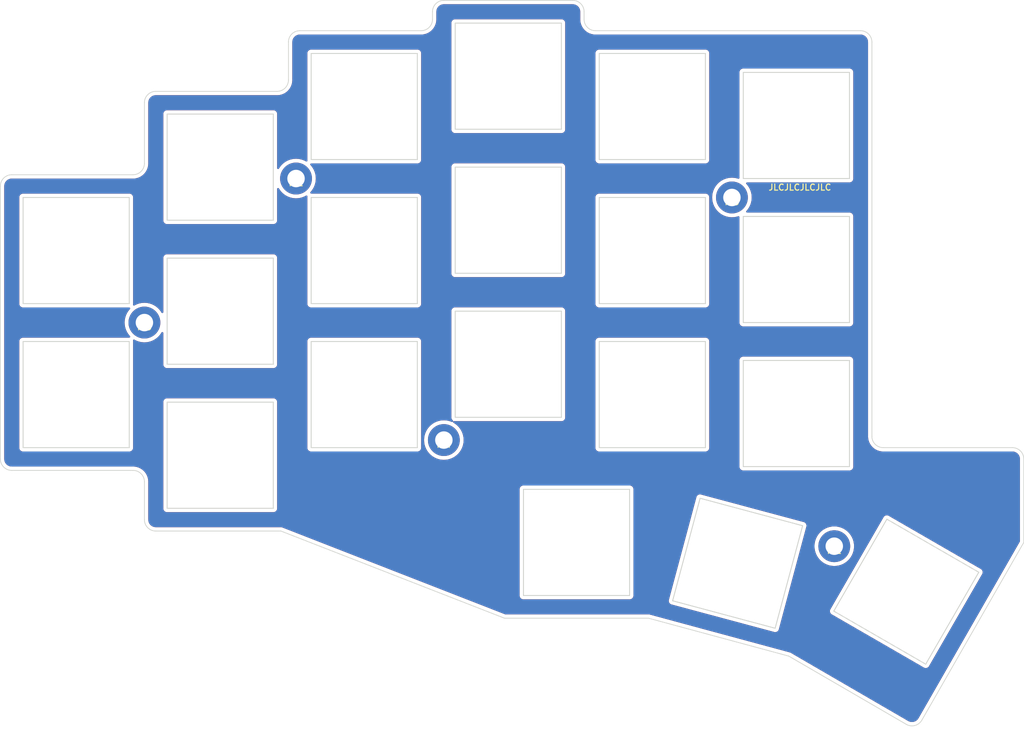
<source format=kicad_pcb>
(kicad_pcb (version 20211014) (generator pcbnew)
  (layers (0 "F.Cu" signal) (31 "B.Cu" signal) (34 "B.Paste" user) (35 "F.Paste" user) (36 "B.SilkS" user "B.Silkscreen") (37 "F.SilkS" user "F.Silkscreen") (38 "B.Mask" user) (39 "F.Mask" user) (44 "Edge.Cuts" user))
  (net 0 "")
  (footprint "kbd:SW_Hole" (layer "F.Cu") (at 78.75 86)
    (fp_text reference "SW16" hide)
    (fp_text value "SW_PUSH" hide)
    (fp_line (start 7 -7) (end -7 -7) (layer "Edge.Cuts") (width 0.12))
    (fp_line (start 7 7) (end 7 -7) (layer "Edge.Cuts") (width 0.12))
    (fp_line (start -7 7) (end 7 7) (layer "Edge.Cuts") (width 0.12))
    (fp_line (start -7 -7) (end -7 7) (layer "Edge.Cuts") (width 0.12))
  )
  (footprint "kbd:SW_Hole" (layer "F.Cu") (at 173.75 88.5)
    (fp_text reference "SW10" hide)
    (fp_text value "SW_PUSH" hide)
    (fp_line (start 7 7) (end 7 -7) (layer "Edge.Cuts") (width 0.12))
    (fp_line (start -7 -7) (end -7 7) (layer "Edge.Cuts") (width 0.12))
    (fp_line (start -7 7) (end 7 7) (layer "Edge.Cuts") (width 0.12))
    (fp_line (start 7 -7) (end -7 -7) (layer "Edge.Cuts") (width 0.12))
  )
  (footprint "kbd:SW_Hole" (layer "F.Cu") (at 97.75 75)
    (fp_text reference "SW1" hide)
    (fp_text value "SW_PUSH" hide)
    (fp_line (start -7 -7) (end -7 7) (layer "Edge.Cuts") (width 0.12))
    (fp_line (start -7 7) (end 7 7) (layer "Edge.Cuts") (width 0.12))
    (fp_line (start 7 -7) (end -7 -7) (layer "Edge.Cuts") (width 0.12))
    (fp_line (start 7 7) (end 7 -7) (layer "Edge.Cuts") (width 0.12))
  )
  (footprint "kbd:SW_Hole" (layer "F.Cu") (at 97.75 94)
    (fp_text reference "SW6" hide)
    (fp_text value "SW_PUSH" hide)
    (fp_line (start 7 -7) (end -7 -7) (layer "Edge.Cuts") (width 0.12))
    (fp_line (start -7 -7) (end -7 7) (layer "Edge.Cuts") (width 0.12))
    (fp_line (start -7 7) (end 7 7) (layer "Edge.Cuts") (width 0.12))
    (fp_line (start 7 7) (end 7 -7) (layer "Edge.Cuts") (width 0.12))
  )
  (footprint "kbd:SW_Hole" (layer "F.Cu") (at 116.75 86)
    (fp_text reference "SW7" hide)
    (fp_text value "SW_PUSH" hide)
    (fp_line (start 7 -7) (end -7 -7) (layer "Edge.Cuts") (width 0.12))
    (fp_line (start -7 -7) (end -7 7) (layer "Edge.Cuts") (width 0.12))
    (fp_line (start 7 7) (end 7 -7) (layer "Edge.Cuts") (width 0.12))
    (fp_line (start -7 7) (end 7 7) (layer "Edge.Cuts") (width 0.12))
  )
  (footprint "kbd:SW_Hole" (layer "F.Cu") (at 166 127.25 -15)
    (fp_text reference "SW19" hide)
    (fp_text value "SW_PUSH" hide)
    (fp_line (start -7 7) (end 7 7) (layer "Edge.Cuts") (width 0.12))
    (fp_line (start 7 -7) (end -7 -7) (layer "Edge.Cuts") (width 0.12))
    (fp_line (start -7 -7) (end -7 7) (layer "Edge.Cuts") (width 0.12))
    (fp_line (start 7 7) (end 7 -7) (layer "Edge.Cuts") (width 0.12))
  )
  (footprint "kbd:SW_Hole" (layer "F.Cu") (at 116.75 67)
    (fp_text reference "SW2" hide)
    (fp_text value "SW_PUSH" hide)
    (fp_line (start 7 -7) (end -7 -7) (layer "Edge.Cuts") (width 0.12))
    (fp_line (start -7 7) (end 7 7) (layer "Edge.Cuts") (width 0.12))
    (fp_line (start -7 -7) (end -7 7) (layer "Edge.Cuts") (width 0.12))
    (fp_line (start 7 7) (end 7 -7) (layer "Edge.Cuts") (width 0.12))
  )
  (footprint "kbd:SW_Hole" (layer "F.Cu") (at 154.75 67)
    (fp_text reference "SW4" hide)
    (fp_text value "SW_PUSH" hide)
    (fp_line (start 7 7) (end 7 -7) (layer "Edge.Cuts") (width 0.12))
    (fp_line (start -7 -7) (end -7 7) (layer "Edge.Cuts") (width 0.12))
    (fp_line (start 7 -7) (end -7 -7) (layer "Edge.Cuts") (width 0.12))
    (fp_line (start -7 7) (end 7 7) (layer "Edge.Cuts") (width 0.12))
  )
  (footprint "kbd:M2_Hole_TH" (layer "F.Cu") (at 107.75 76.5)
    (fp_text reference "H1" (at 0 0.5) (layer "F.SilkS"))
    (fp_text value "MountingHole")
    (pad "" thru_hole circle locked (at 0 0) (size 4.2 4.2) (drill 2.3) (layers *.Cu *.Mask))
  )
  (footprint "kbd:M2_Hole_TH" (layer "F.Cu") (at 178.75 125)
    (fp_text reference "H2" (at 0 0.5) (layer "F.SilkS"))
    (fp_text value "MountingHole")
    (pad "" thru_hole circle locked (at 0 0) (size 4.2 4.2) (drill 2.3) (layers *.Cu *.Mask))
  )
  (footprint "kbd:SW_Hole" (layer "F.Cu") (at 135.75 63)
    (fp_text reference "SW3" hide)
    (fp_text value "SW_PUSH" hide)
    (fp_line (start -7 -7) (end -7 7) (layer "Edge.Cuts") (width 0.12))
    (fp_line (start 7 -7) (end -7 -7) (layer "Edge.Cuts") (width 0.12))
    (fp_line (start 7 7) (end 7 -7) (layer "Edge.Cuts") (width 0.12))
    (fp_line (start -7 7) (end 7 7) (layer "Edge.Cuts") (width 0.12))
  )
  (footprint "kbd:SW_Hole" (layer "F.Cu") (at 97.75 113)
    (fp_text reference "SW11" hide)
    (fp_text value "SW_PUSH" hide)
    (fp_line (start 7 7) (end 7 -7) (layer "Edge.Cuts") (width 0.12))
    (fp_line (start -7 -7) (end -7 7) (layer "Edge.Cuts") (width 0.12))
    (fp_line (start -7 7) (end 7 7) (layer "Edge.Cuts") (width 0.12))
    (fp_line (start 7 -7) (end -7 -7) (layer "Edge.Cuts") (width 0.12))
  )
  (footprint "kbd:SW_Hole" (layer "F.Cu") (at 173.75 107.5)
    (fp_text reference "SW15" hide)
    (fp_text value "SW_PUSH" hide)
    (fp_line (start -7 -7) (end -7 7) (layer "Edge.Cuts") (width 0.12))
    (fp_line (start -7 7) (end 7 7) (layer "Edge.Cuts") (width 0.12))
    (fp_line (start 7 7) (end 7 -7) (layer "Edge.Cuts") (width 0.12))
    (fp_line (start 7 -7) (end -7 -7) (layer "Edge.Cuts") (width 0.12))
  )
  (footprint "kbd:SW_Hole" (layer "F.Cu") (at 135.75 82)
    (fp_text reference "SW8" hide)
    (fp_text value "SW_PUSH" hide)
    (fp_line (start 7 -7) (end -7 -7) (layer "Edge.Cuts") (width 0.12))
    (fp_line (start -7 7) (end 7 7) (layer "Edge.Cuts") (width 0.12))
    (fp_line (start -7 -7) (end -7 7) (layer "Edge.Cuts") (width 0.12))
    (fp_line (start 7 7) (end 7 -7) (layer "Edge.Cuts") (width 0.12))
  )
  (footprint "kbd:SW_Hole" (layer "F.Cu") (at 154.75 105)
    (fp_text reference "SW14" hide)
    (fp_text value "SW_PUSH" hide)
    (fp_line (start 7 7) (end 7 -7) (layer "Edge.Cuts") (width 0.12))
    (fp_line (start -7 7) (end 7 7) (layer "Edge.Cuts") (width 0.12))
    (fp_line (start 7 -7) (end -7 -7) (layer "Edge.Cuts") (width 0.12))
    (fp_line (start -7 -7) (end -7 7) (layer "Edge.Cuts") (width 0.12))
  )
  (footprint "kbd:SW_Hole" (layer "F.Cu") (at 135.75 101)
    (fp_text reference "SW13" hide)
    (fp_text value "SW_PUSH" hide)
    (fp_line (start -7 -7) (end -7 7) (layer "Edge.Cuts") (width 0.12))
    (fp_line (start 7 7) (end 7 -7) (layer "Edge.Cuts") (width 0.12))
    (fp_line (start -7 7) (end 7 7) (layer "Edge.Cuts") (width 0.12))
    (fp_line (start 7 -7) (end -7 -7) (layer "Edge.Cuts") (width 0.12))
  )
  (footprint "kbd:SW_Hole" (layer "F.Cu") (at 154.75 86)
    (fp_text reference "SW9" hide)
    (fp_text value "SW_PUSH" hide)
    (fp_line (start 7 -7) (end -7 -7) (layer "Edge.Cuts") (width 0.12))
    (fp_line (start -7 7) (end 7 7) (layer "Edge.Cuts") (width 0.12))
    (fp_line (start 7 7) (end 7 -7) (layer "Edge.Cuts") (width 0.12))
    (fp_line (start -7 -7) (end -7 7) (layer "Edge.Cuts") (width 0.12))
  )
  (footprint "kbd:SW_Hole" (layer "F.Cu") (at 173.75 69.5)
    (fp_text reference "SW5" hide)
    (fp_text value "SW_PUSH" hide)
    (fp_line (start 7 7) (end 7 -7) (layer "Edge.Cuts") (width 0.12))
    (fp_line (start 7 -7) (end -7 -7) (layer "Edge.Cuts") (width 0.12))
    (fp_line (start -7 7) (end 7 7) (layer "Edge.Cuts") (width 0.12))
    (fp_line (start -7 -7) (end -7 7) (layer "Edge.Cuts") (width 0.12))
  )
  (footprint "kbd:M2_Hole_TH" (layer "F.Cu") (at 127.25 111)
    (fp_text reference "H4" (at 0 0.5) (layer "F.SilkS"))
    (fp_text value "MountingHole")
    (pad "" thru_hole circle locked (at 0 0) (size 4.2 4.2) (drill 2.3) (layers *.Cu *.Mask))
  )
  (footprint "kbd:SW_Hole" (layer "F.Cu") (at 116.75 105)
    (fp_text reference "SW12" hide)
    (fp_text value "SW_PUSH" hide)
    (fp_line (start 7 -7) (end -7 -7) (layer "Edge.Cuts") (width 0.12))
    (fp_line (start 7 7) (end 7 -7) (layer "Edge.Cuts") (width 0.12))
    (fp_line (start -7 -7) (end -7 7) (layer "Edge.Cuts") (width 0.12))
    (fp_line (start -7 7) (end 7 7) (layer "Edge.Cuts") (width 0.12))
  )
  (footprint "kbd:M2_Hole_TH" (layer "F.Cu") (at 165.25 79)
    (fp_text reference "H5" (at 0 0.5) (layer "F.SilkS"))
    (fp_text value "MountingHole")
    (pad "" thru_hole circle locked (at 0 0) (size 4.2 4.2) (drill 2.3) (layers *.Cu *.Mask))
  )
  (footprint "kbd:SW_Hole" (layer "F.Cu") (at 188.25 131 60)
    (fp_text reference "SW20" hide)
    (fp_text value "SW_PUSH" hide)
    (fp_line (start 7 -7) (end -7 -7) (layer "Edge.Cuts") (width 0.12))
    (fp_line (start -7 7) (end 7 7) (layer "Edge.Cuts") (width 0.12))
    (fp_line (start 7 7) (end 7 -7) (layer "Edge.Cuts") (width 0.12))
    (fp_line (start -7 -7) (end -7 7) (layer "Edge.Cuts") (width 0.12))
  )
  (footprint "kbd:SW_Hole" (layer "F.Cu") (at 144.75 124.5)
    (fp_text reference "SW18" hide)
    (fp_text value "SW_PUSH" hide)
    (fp_line (start -7 -7) (end -7 7) (layer "Edge.Cuts") (width 0.12))
    (fp_line (start 7 7) (end 7 -7) (layer "Edge.Cuts") (width 0.12))
    (fp_line (start -7 7) (end 7 7) (layer "Edge.Cuts") (width 0.12))
    (fp_line (start 7 -7) (end -7 -7) (layer "Edge.Cuts") (width 0.12))
  )
  (footprint "kbd:SW_Hole" (layer "F.Cu") (at 78.75 105)
    (fp_text reference "SW17" hide)
    (fp_text value "SW_PUSH" hide)
    (fp_line (start 7 -7) (end -7 -7) (layer "Edge.Cuts") (width 0.12))
    (fp_line (start 7 7) (end 7 -7) (layer "Edge.Cuts") (width 0.12))
    (fp_line (start -7 7) (end 7 7) (layer "Edge.Cuts") (width 0.12))
    (fp_line (start -7 -7) (end -7 7) (layer "Edge.Cuts") (width 0.12))
  )
  (footprint "kbd:M2_Hole_TH" (layer "F.Cu") (at 87.75 95.5)
    (fp_text reference "H3" (at 0 0.5) (layer "F.SilkS"))
    (fp_text value "MountingHole")
    (pad "" thru_hole circle locked (at 0 0) (size 4.2 4.2) (drill 2.3) (layers *.Cu *.Mask))
  )
  (gr_line (start 188.25 148.5) (end 172.75 139.5) (layer "Edge.Cuts") (width 0.1))
  (gr_arc (start 87.75 74.5) (mid 87.31066 75.56066) (end 86.25 76) (layer "Edge.Cuts") (width 0.1))
  (gr_line (start 86.25 76) (end 70.25 76) (layer "Edge.Cuts") (width 0.1))
  (gr_line (start 203.75 124.5) (end 203.75 113.5) (layer "Edge.Cuts") (width 0.1))
  (gr_line (start 154.25 134.5) (end 172.75 139.5) (layer "Edge.Cuts") (width 0.1))
  (gr_line (start 190.299038 147.950962) (end 203.75 124.5) (layer "Edge.Cuts") (width 0.1))
  (gr_line (start 145.75 55.5) (end 145.75 54.5) (layer "Edge.Cuts") (width 0.1))
  (gr_arc (start 86.25 115) (mid 87.31066 115.43934) (end 87.75 116.5) (layer "Edge.Cuts") (width 0.1))
  (gr_line (start 183.712966 58.5) (end 183.712966 110.5) (layer "Edge.Cuts") (width 0.1))
  (gr_line (start 182.212966 57) (end 147.25 57) (layer "Edge.Cuts") (width 0.1))
  (gr_line (start 70.25 115) (end 86.25 115) (layer "Edge.Cuts") (width 0.1))
  (gr_arc (start 190.299038 147.950962) (mid 189.388233 148.649868) (end 188.25 148.5) (layer "Edge.Cuts") (width 0.1))
  (gr_arc (start 125.75 54.5) (mid 126.18934 53.43934) (end 127.25 53) (layer "Edge.Cuts") (width 0.1))
  (gr_arc (start 147.25 57) (mid 146.18934 56.56066) (end 145.75 55.5) (layer "Edge.Cuts") (width 0.1))
  (gr_line (start 124.25 57) (end 108.25 57) (layer "Edge.Cuts") (width 0.1))
  (gr_arc (start 144.25 53) (mid 145.31066 53.43934) (end 145.75 54.5) (layer "Edge.Cuts") (width 0.1))
  (gr_line (start 68.75 77.5) (end 68.75 113.5) (layer "Edge.Cuts") (width 0.1))
  (gr_line (start 106.75 58.5) (end 106.75 63.5) (layer "Edge.Cuts") (width 0.1))
  (gr_line (start 135.25 134.5) (end 154.25 134.5) (layer "Edge.Cuts") (width 0.1))
  (gr_arc (start 87.75 66.5) (mid 88.18934 65.43934) (end 89.25 65) (layer "Edge.Cuts") (width 0.1))
  (gr_arc (start 125.75 55.5) (mid 125.31066 56.56066) (end 124.25 57) (layer "Edge.Cuts") (width 0.1))
  (gr_arc (start 89.25 123) (mid 88.18934 122.56066) (end 87.75 121.5) (layer "Edge.Cuts") (width 0.1))
  (gr_line (start 87.75 116.5) (end 87.75 121.5) (layer "Edge.Cuts") (width 0.1))
  (gr_arc (start 68.75 77.5) (mid 69.18934 76.43934) (end 70.25 76) (layer "Edge.Cuts") (width 0.1))
  (gr_arc (start 202.25 112) (mid 203.310658 112.439342) (end 203.75 113.5) (layer "Edge.Cuts") (width 0.1))
  (gr_line (start 125.75 54.5) (end 125.75 55.5) (layer "Edge.Cuts") (width 0.1))
  (gr_line (start 89.25 123) (end 105.75 123) (layer "Edge.Cuts") (width 0.1))
  (gr_arc (start 182.212966 57) (mid 183.273622 57.439341) (end 183.712966 58.5) (layer "Edge.Cuts") (width 0.1))
  (gr_line (start 105.75 123) (end 135.25 134.5) (layer "Edge.Cuts") (width 0.1))
  (gr_line (start 202.25 112) (end 185.212966 112) (layer "Edge.Cuts") (width 0.1))
  (gr_line (start 105.25 65) (end 89.25 65) (layer "Edge.Cuts") (width 0.1))
  (gr_arc (start 106.75 63.5) (mid 106.31066 64.56066) (end 105.25 65) (layer "Edge.Cuts") (width 0.1))
  (gr_arc (start 70.25 115) (mid 69.18934 114.56066) (end 68.75 113.5) (layer "Edge.Cuts") (width 0.1))
  (gr_arc (start 106.75 58.5) (mid 107.18934 57.43934) (end 108.25 57) (layer "Edge.Cuts") (width 0.1))
  (gr_line (start 87.75 66.5) (end 87.75 74.5) (layer "Edge.Cuts") (width 0.1))
  (gr_arc (start 185.212968 111.999999) (mid 184.15231 111.560658) (end 183.712966 110.5) (layer "Edge.Cuts") (width 0.1))
  (gr_line (start 144.25 53) (end 127.25 53) (layer "Edge.Cuts") (width 0.1))
  (gr_text "JLCJLCJLCJLC" (at 174.212966 77.669586) (layer "F.SilkS") (effects (font (size 0.8 0.8))))
  (zone (net 0) (net_name "") (layers F&B.Cu) (connect_pads (clearance 0.508)) (min_thickness 0.254) (fill yes (thermal_gap 0.508) (thermal_bridge_width 0.508))
    (polygon (pts (xy 145.75 55.5) (xy 147.25 57) (xy 203.75 57) (xy 203.75 124.5) (xy 189.5 149.25) (xy 172.75 139.5) (xy 154.25 134.5) (xy 135.25 134.5) (xy 105.75 123) (xy 87.75 123) (xy 87.75 116.1) (xy 86.25 115) (xy 68.75 115) (xy 68.75 76) (xy 85.75 76) (xy 87.75 74) (xy 87.75 65) (xy 105.25 65) (xy 106.75 63.5) (xy 106.75 57) (xy 124.25 57) (xy 125.75 55.5) (xy 125.75 53) (xy 145.75 53)))
  )
)
</source>
